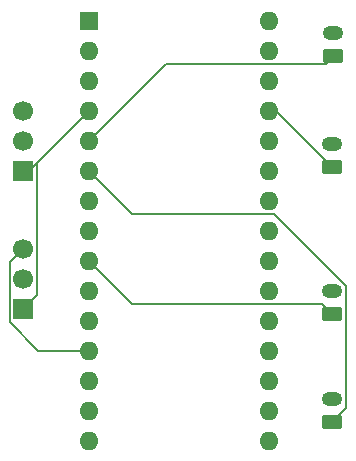
<source format=gbr>
%TF.GenerationSoftware,KiCad,Pcbnew,9.0.6*%
%TF.CreationDate,2025-12-22T16:44:40+00:00*%
%TF.ProjectId,MotorizationKit,4d6f746f-7269-47a6-9174-696f6e4b6974,rev?*%
%TF.SameCoordinates,Original*%
%TF.FileFunction,Copper,L1,Top*%
%TF.FilePolarity,Positive*%
%FSLAX46Y46*%
G04 Gerber Fmt 4.6, Leading zero omitted, Abs format (unit mm)*
G04 Created by KiCad (PCBNEW 9.0.6) date 2025-12-22 16:44:40*
%MOMM*%
%LPD*%
G01*
G04 APERTURE LIST*
G04 Aperture macros list*
%AMRoundRect*
0 Rectangle with rounded corners*
0 $1 Rounding radius*
0 $2 $3 $4 $5 $6 $7 $8 $9 X,Y pos of 4 corners*
0 Add a 4 corners polygon primitive as box body*
4,1,4,$2,$3,$4,$5,$6,$7,$8,$9,$2,$3,0*
0 Add four circle primitives for the rounded corners*
1,1,$1+$1,$2,$3*
1,1,$1+$1,$4,$5*
1,1,$1+$1,$6,$7*
1,1,$1+$1,$8,$9*
0 Add four rect primitives between the rounded corners*
20,1,$1+$1,$2,$3,$4,$5,0*
20,1,$1+$1,$4,$5,$6,$7,0*
20,1,$1+$1,$6,$7,$8,$9,0*
20,1,$1+$1,$8,$9,$2,$3,0*%
G04 Aperture macros list end*
%TA.AperFunction,ComponentPad*%
%ADD10R,1.700000X1.700000*%
%TD*%
%TA.AperFunction,ComponentPad*%
%ADD11C,1.700000*%
%TD*%
%TA.AperFunction,ComponentPad*%
%ADD12RoundRect,0.250000X0.625000X-0.350000X0.625000X0.350000X-0.625000X0.350000X-0.625000X-0.350000X0*%
%TD*%
%TA.AperFunction,ComponentPad*%
%ADD13O,1.750000X1.200000*%
%TD*%
%TA.AperFunction,ComponentPad*%
%ADD14R,1.600000X1.600000*%
%TD*%
%TA.AperFunction,ComponentPad*%
%ADD15O,1.600000X1.600000*%
%TD*%
%TA.AperFunction,Conductor*%
%ADD16C,0.200000*%
%TD*%
G04 APERTURE END LIST*
D10*
%TO.P,ServoL1,1,Pin_1*%
%TO.N,GND*%
X140716000Y-119888000D03*
D11*
%TO.P,ServoL1,2,Pin_2*%
%TO.N,5V*%
X140716000Y-117348000D03*
%TO.P,ServoL1,3,Pin_3*%
%TO.N,Servo1*%
X140716000Y-114808000D03*
%TD*%
D12*
%TO.P,LedL1,1,Pin_1*%
%TO.N,Led1*%
X166878000Y-129508000D03*
D13*
%TO.P,LedL1,2,Pin_2*%
%TO.N,GND*%
X166878000Y-127508000D03*
%TD*%
D12*
%TO.P,PWR1,1,Pin_1*%
%TO.N,5V*%
X166878000Y-107918000D03*
D13*
%TO.P,PWR1,2,Pin_2*%
%TO.N,GND*%
X166878000Y-105918000D03*
%TD*%
D12*
%TO.P,Switch1,1,Pin_1*%
%TO.N,Sw*%
X166968000Y-98536000D03*
D13*
%TO.P,Switch1,2,Pin_2*%
%TO.N,GND*%
X166968000Y-96536000D03*
%TD*%
D12*
%TO.P,LedR1,1,Pin_1*%
%TO.N,Led2*%
X166878000Y-120364000D03*
D13*
%TO.P,LedR1,2,Pin_2*%
%TO.N,GND*%
X166878000Y-118364000D03*
%TD*%
D14*
%TO.P,A1,1,D1/TX*%
%TO.N,unconnected-(A1-D1{slash}TX-Pad1)*%
X146304000Y-95504000D03*
D15*
%TO.P,A1,2,D0/RX*%
%TO.N,unconnected-(A1-D0{slash}RX-Pad2)*%
X146304000Y-98044000D03*
%TO.P,A1,3,~{RESET}*%
%TO.N,unconnected-(A1-~{RESET}-Pad3)*%
X146304000Y-100584000D03*
%TO.P,A1,4,GND*%
%TO.N,GND*%
X146304000Y-103124000D03*
%TO.P,A1,5,D2*%
%TO.N,Sw*%
X146304000Y-105664000D03*
%TO.P,A1,6,D3*%
%TO.N,Led1*%
X146304000Y-108204000D03*
%TO.P,A1,7,D4*%
%TO.N,unconnected-(A1-D4-Pad7)*%
X146304000Y-110744000D03*
%TO.P,A1,8,D5*%
%TO.N,unconnected-(A1-D5-Pad8)*%
X146304000Y-113284000D03*
%TO.P,A1,9,D6*%
%TO.N,Led2*%
X146304000Y-115824000D03*
%TO.P,A1,10,D7*%
%TO.N,unconnected-(A1-D7-Pad10)*%
X146304000Y-118364000D03*
%TO.P,A1,11,D8*%
%TO.N,unconnected-(A1-D8-Pad11)*%
X146304000Y-120904000D03*
%TO.P,A1,12,D9*%
%TO.N,Servo1*%
X146304000Y-123444000D03*
%TO.P,A1,13,D10*%
%TO.N,Servo2*%
X146304000Y-125984000D03*
%TO.P,A1,14,D11*%
%TO.N,unconnected-(A1-D11-Pad14)*%
X146304000Y-128524000D03*
%TO.P,A1,15,D12*%
%TO.N,unconnected-(A1-D12-Pad15)*%
X146304000Y-131064000D03*
%TO.P,A1,16,D13*%
%TO.N,unconnected-(A1-D13-Pad16)*%
X161544000Y-131064000D03*
%TO.P,A1,17,3V3*%
%TO.N,unconnected-(A1-3V3-Pad17)*%
X161544000Y-128524000D03*
%TO.P,A1,18,AREF*%
%TO.N,unconnected-(A1-AREF-Pad18)*%
X161544000Y-125984000D03*
%TO.P,A1,19,A0*%
%TO.N,unconnected-(A1-A0-Pad19)*%
X161544000Y-123444000D03*
%TO.P,A1,20,A1*%
%TO.N,unconnected-(A1-A1-Pad20)*%
X161544000Y-120904000D03*
%TO.P,A1,21,A2*%
%TO.N,unconnected-(A1-A2-Pad21)*%
X161544000Y-118364000D03*
%TO.P,A1,22,A3*%
%TO.N,unconnected-(A1-A3-Pad22)*%
X161544000Y-115824000D03*
%TO.P,A1,23,A4*%
%TO.N,unconnected-(A1-A4-Pad23)*%
X161544000Y-113284000D03*
%TO.P,A1,24,A5*%
%TO.N,unconnected-(A1-A5-Pad24)*%
X161544000Y-110744000D03*
%TO.P,A1,25,A6*%
%TO.N,unconnected-(A1-A6-Pad25)*%
X161544000Y-108204000D03*
%TO.P,A1,26,A7*%
%TO.N,unconnected-(A1-A7-Pad26)*%
X161544000Y-105664000D03*
%TO.P,A1,27,+5V*%
%TO.N,5V*%
X161544000Y-103124000D03*
%TO.P,A1,28,~{RESET}*%
%TO.N,unconnected-(A1-~{RESET}-Pad28)*%
X161544000Y-100584000D03*
%TO.P,A1,29,GND*%
%TO.N,unconnected-(A1-GND-Pad29)*%
X161544000Y-98044000D03*
%TO.P,A1,30,VIN*%
%TO.N,unconnected-(A1-VIN-Pad30)*%
X161544000Y-95504000D03*
%TD*%
D10*
%TO.P,ServoR1,1,Pin_1*%
%TO.N,GND*%
X140716000Y-108204000D03*
D11*
%TO.P,ServoR1,2,Pin_2*%
%TO.N,5V*%
X140716000Y-105664000D03*
%TO.P,ServoR1,3,Pin_3*%
%TO.N,Servo2*%
X140716000Y-103124000D03*
%TD*%
D16*
%TO.N,Led2*%
X146304000Y-115824000D02*
X149945000Y-119465000D01*
X149945000Y-119465000D02*
X165979000Y-119465000D01*
X165979000Y-119465000D02*
X166878000Y-120364000D01*
%TO.N,5V*%
X166878000Y-107918000D02*
X162084000Y-103124000D01*
X162084000Y-103124000D02*
X161544000Y-103124000D01*
%TO.N,Led1*%
X168054000Y-128332000D02*
X168054000Y-117990794D01*
X161908206Y-111845000D02*
X149945000Y-111845000D01*
X166878000Y-129508000D02*
X168054000Y-128332000D01*
X168054000Y-117990794D02*
X161908206Y-111845000D01*
X149945000Y-111845000D02*
X146304000Y-108204000D01*
%TO.N,Servo1*%
X139565000Y-115959000D02*
X139565000Y-121039000D01*
X141970000Y-123444000D02*
X146304000Y-123444000D01*
X140716000Y-114808000D02*
X139565000Y-115959000D01*
X139565000Y-121039000D02*
X141970000Y-123444000D01*
%TO.N,Sw*%
X152823000Y-99145000D02*
X146304000Y-105664000D01*
X166359000Y-99145000D02*
X152823000Y-99145000D01*
X166968000Y-98536000D02*
X166359000Y-99145000D01*
%TO.N,GND*%
X141224000Y-108204000D02*
X146304000Y-103124000D01*
X140716000Y-108204000D02*
X141224000Y-108204000D01*
X141867000Y-118737000D02*
X141867000Y-107561000D01*
X140716000Y-119888000D02*
X141867000Y-118737000D01*
X141867000Y-107561000D02*
X146304000Y-103124000D01*
%TD*%
M02*

</source>
